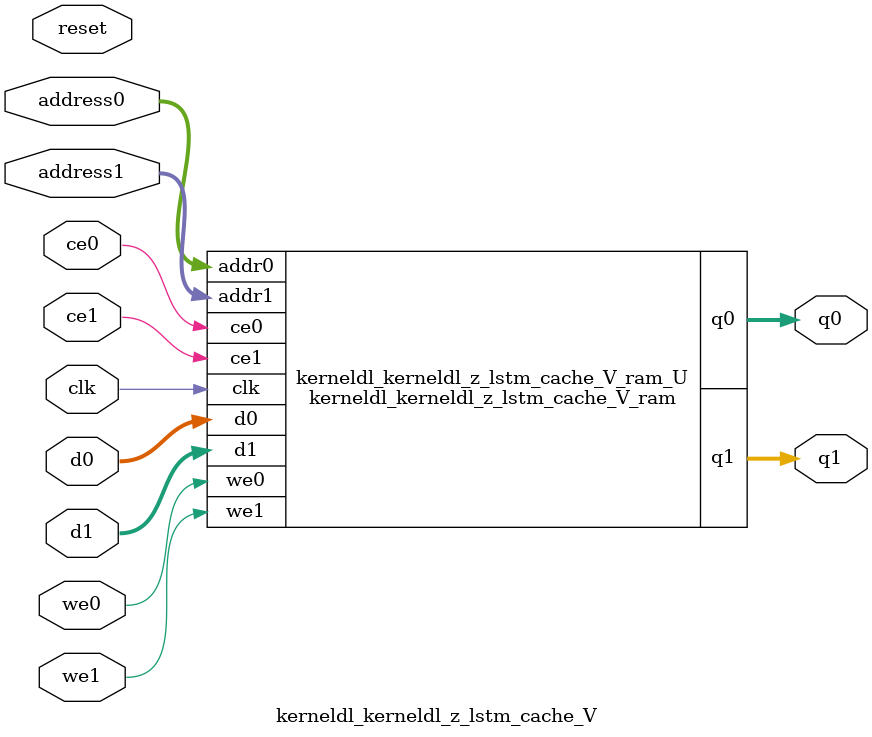
<source format=v>
`timescale 1 ns / 1 ps
module kerneldl_kerneldl_z_lstm_cache_V_ram (addr0, ce0, d0, we0, q0, addr1, ce1, d1, we1, q1,  clk);

parameter DWIDTH = 16;
parameter AWIDTH = 18;
parameter MEM_SIZE = 194560;

input[AWIDTH-1:0] addr0;
input ce0;
input[DWIDTH-1:0] d0;
input we0;
output reg[DWIDTH-1:0] q0;
input[AWIDTH-1:0] addr1;
input ce1;
input[DWIDTH-1:0] d1;
input we1;
output reg[DWIDTH-1:0] q1;
input clk;

(* ram_style = "block" *)reg [DWIDTH-1:0] ram[0:MEM_SIZE-1];




always @(posedge clk)  
begin 
    if (ce0) begin
        if (we0) 
            ram[addr0] <= d0; 
        q0 <= ram[addr0];
    end
end


always @(posedge clk)  
begin 
    if (ce1) begin
        if (we1) 
            ram[addr1] <= d1; 
        q1 <= ram[addr1];
    end
end


endmodule

`timescale 1 ns / 1 ps
module kerneldl_kerneldl_z_lstm_cache_V(
    reset,
    clk,
    address0,
    ce0,
    we0,
    d0,
    q0,
    address1,
    ce1,
    we1,
    d1,
    q1);

parameter DataWidth = 32'd16;
parameter AddressRange = 32'd194560;
parameter AddressWidth = 32'd18;
input reset;
input clk;
input[AddressWidth - 1:0] address0;
input ce0;
input we0;
input[DataWidth - 1:0] d0;
output[DataWidth - 1:0] q0;
input[AddressWidth - 1:0] address1;
input ce1;
input we1;
input[DataWidth - 1:0] d1;
output[DataWidth - 1:0] q1;



kerneldl_kerneldl_z_lstm_cache_V_ram kerneldl_kerneldl_z_lstm_cache_V_ram_U(
    .clk( clk ),
    .addr0( address0 ),
    .ce0( ce0 ),
    .we0( we0 ),
    .d0( d0 ),
    .q0( q0 ),
    .addr1( address1 ),
    .ce1( ce1 ),
    .we1( we1 ),
    .d1( d1 ),
    .q1( q1 ));

endmodule


</source>
